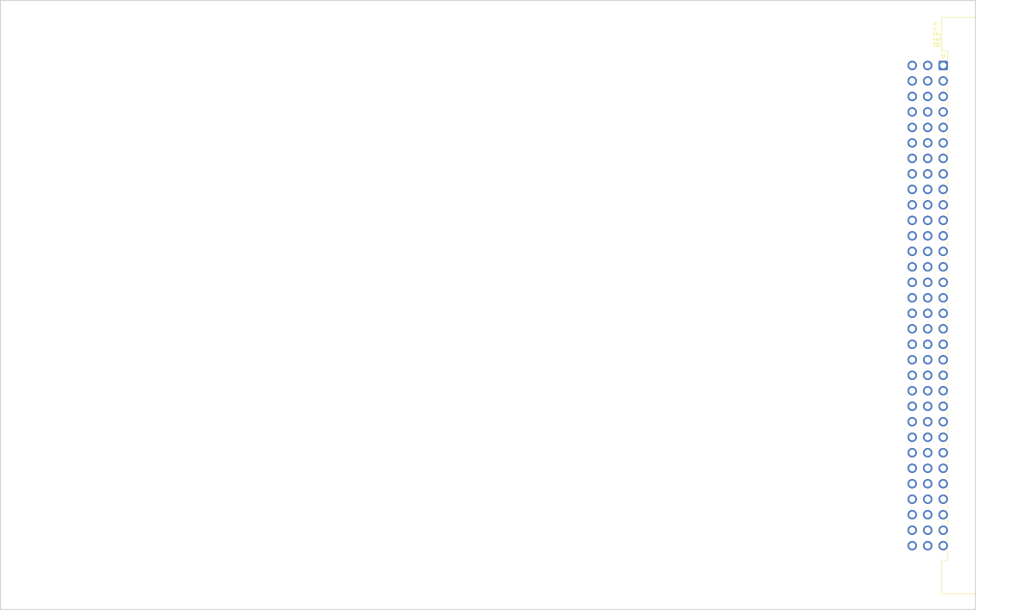
<source format=kicad_pcb>
(kicad_pcb (version 20211014) (generator pcbnew)
  (layers (0 "F.Cu" signal) (31 "B.Cu" signal) (34 "B.Paste" user) (35 "F.Paste" user) (36 "B.SilkS" user "B.Silkscreen") (37 "F.SilkS" user "F.Silkscreen") (38 "B.Mask" user) (39 "F.Mask" user) (44 "Edge.Cuts" user))
  (net 0 "")
  (net 1 "Net-(MK1-Pad1)")
  (net 2 "Net-(MK2-Pad1)")
  (net 3 "Net-(MK3-Pad1)")
  (net 4 "Net-(MK4-Pad1)")
  (footprint "Mounting_Holes:MountingHole_2.7mm" (layer "F.Cu") (at 58.6 139.45)
    (fp_text reference "MK3" hide)
    (fp_text value "Mounting_Hole_PAD" hide)
    (pad "" np_thru_hole circle locked (at 0 0) (size 2.7 2.7) (drill 2.7) (layers *.Cu *.Mask) (net 3 "Net-(MK3-Pad1)"))
  )
  (footprint "Mounting_Holes:MountingHole_2.7mm" (layer "F.Cu") (at 58.6 50.55)
    (fp_text reference "MK1" hide)
    (fp_text value "Mounting_Hole_PAD" hide)
    (pad "" np_thru_hole circle locked (at 0 0) (size 2.7 2.7) (drill 2.7) (layers *.Cu *.Mask) (net 1 "Net-(MK1-Pad1)"))
  )
  (footprint "Mounting_Holes:MountingHole_2.7mm" (layer "F.Cu") (at 212.24 50.55)
    (fp_text reference "MK2" hide)
    (fp_text value "Mounting_Hole_PAD" hide)
    (pad "" np_thru_hole circle locked (at 0 0) (size 2.7 2.7) (drill 2.7) (layers *.Cu *.Mask) (net 2 "Net-(MK2-Pad1)"))
  )
  (footprint "Mounting_Holes:MountingHole_2.7mm" (layer "F.Cu") (at 212.24 139.45)
    (fp_text reference "MK4" hide)
    (fp_text value "Mounting_Hole_PAD" hide)
    (pad "" np_thru_hole circle locked (at 0 0) (size 2.7 2.7) (drill 2.7) (layers *.Cu *.Mask) (net 4 "Net-(MK4-Pad1)"))
  )
  (footprint "Connector_DIN:DIN41612_C_3x32_Male_Horizontal_THT" (layer "F.Cu") (at 209.645 55.73 -90)
    (fp_text reference "REF**" (at -5.08 1 90) (layer "F.SilkS"))
    (fp_text value "DIN41612_C_3x32_Male_Horizontal_THT")
    (fp_line (start -2.371 -0.74) (end -1.095 -0.74) (layer "F.SilkS") (width 0.12))
    (fp_line (start 5.95 -0.74) (end 6.751 -0.74) (layer "F.SilkS") (width 0.12))
    (fp_line (start 49.13 -0.74) (end 49.931 -0.74) (layer "F.SilkS") (width 0.12))
    (fp_line (start 33.89 -0.74) (end 34.691 -0.74) (layer "F.SilkS") (width 0.12))
    (fp_line (start 81.11 0.26) (end 81.11 -0.74) (layer "F.SilkS") (width 0.12))
    (fp_line (start 66.91 -0.74) (end 67.711 -0.74) (layer "F.SilkS") (width 0.12))
    (fp_line (start 71.99 -0.74) (end 72.791 -0.74) (layer "F.SilkS") (width 0.12))
    (fp_line (start 31.35 -0.74) (end 32.151 -0.74) (layer "F.SilkS") (width 0.12))
    (fp_line (start 44.05 -0.74) (end 44.851 -0.74) (layer "F.SilkS") (width 0.12))
    (fp_line (start 86.63 0.26) (end 81.11 0.26) (layer "F.SilkS") (width 0.12))
    (fp_line (start 79.61 -0.74) (end 81.11 -0.74) (layer "F.SilkS") (width 0.12))
    (fp_line (start 64.37 -0.74) (end 65.171 -0.74) (layer "F.SilkS") (width 0.12))
    (fp_line (start 59.29 -0.74) (end 60.091 -0.74) (layer "F.SilkS") (width 0.12))
    (fp_line (start 46.59 -0.74) (end 47.391 -0.74) (layer "F.SilkS") (width 0.12))
    (fp_line (start -2.37 0.26) (end -2.37 -0.74) (layer "F.SilkS") (width 0.12))
    (fp_line (start 3.41 -0.74) (end 4.211 -0.74) (layer "F.SilkS") (width 0.12))
    (fp_line (start 74.53 -0.74) (end 75.331 -0.74) (layer "F.SilkS") (width 0.12))
    (fp_line (start 61.83 -0.74) (end 62.631 -0.74) (layer "F.SilkS") (width 0.12))
    (fp_line (start 51.67 -0.74) (end 52.471 -0.74) (layer "F.SilkS") (width 0.12))
    (fp_line (start 11.03 -0.74) (end 11.831 -0.74) (layer "F.SilkS") (width 0.12))
    (fp_line (start -7.89 0.26) (end -2.37 0.26) (layer "F.SilkS") (width 0.12))
    (fp_line (start 86.63 -5.3) (end 86.63 0.26) (layer "F.SilkS") (width 0.12))
    (fp_line (start 36.43 -0.74) (end 37.231 -0.74) (layer "F.SilkS") (width 0.12))
    (fp_line (start 54.21 -0.74) (end 55.011 -0.74) (layer "F.SilkS") (width 0.12))
    (fp_line (start 18.65 -0.74) (end 19.451 -0.74) (layer "F.SilkS") (width 0.12))
    (fp_line (start 16.11 -0.74) (end 16.911 -0.74) (layer "F.SilkS") (width 0.12))
    (fp_line (start -7.89 -5.3) (end -7.89 0.26) (layer "F.SilkS") (width 0.12))
    (fp_line (start 8.49 -0.74) (end 9.291 -0.74) (layer "F.SilkS") (width 0.12))
    (fp_line (start 69.45 -0.74) (end 70.251 -0.74) (layer "F.SilkS") (width 0.12))
    (fp_line (start 26.27 -0.74) (end 27.071 -0.74) (layer "F.SilkS") (width 0.12))
    (fp_line (start 13.57 -0.74) (end 14.371 -0.74) (layer "F.SilkS") (width 0.12))
    (fp_line (start 41.51 -0.74) (end 42.311 -0.74) (layer "F.SilkS") (width 0.12))
    (fp_line (start 56.75 -0.74) (end 57.551 -0.74) (layer "F.SilkS") (width 0.12))
    (fp_line (start 21.19 -0.74) (end 21.991 -0.74) (layer "F.SilkS") (width 0.12))
    (fp_line (start -1.695 0.3) (end -1.095 0) (layer "F.SilkS") (width 0.12))
    (fp_line (start 77.07 -0.74) (end 77.871 -0.74) (layer "F.SilkS") (width 0.12))
    (fp_line (start -1.095 0) (end -1.695 -0.3) (layer "F.SilkS") (width 0.12))
    (fp_line (start -1.695 -0.3) (end -1.695 0.3) (layer "F.SilkS") (width 0.12))
    (fp_line (start 38.97 -0.74) (end 39.771 -0.74) (layer "F.SilkS") (width 0.12))
    (fp_line (start 1.095 -0.74) (end 1.671 -0.74) (layer "F.SilkS") (width 0.12))
    (fp_line (start 28.81 -0.74) (end 29.611 -0.74) (layer "F.SilkS") (width 0.12))
    (fp_line (start 23.73 -0.74) (end 24.531 -0.74) (layer "F.SilkS") (width 0.12))
    (pad "" np_thru_hole circle locked (at -5.08 -2.54 270) (size 2.85 2.85) (drill 2.85) (layers *.Cu *.Mask))
    (pad "" np_thru_hole circle locked (at 83.82 -2.54 270) (size 2.85 2.85) (drill 2.85) (layers *.Cu *.Mask))
    (pad "a1" thru_hole roundrect locked (at 0 0 270) (size 1.55 1.55) (drill 1) (layers *.Cu *.Mask) (roundrect_rratio 0.16129))
    (pad "a2" thru_hole circle locked (at 2.54 0 270) (size 1.55 1.55) (drill 1) (layers *.Cu *.Mask))
    (pad "a3" thru_hole circle locked (at 5.08 0 270) (size 1.55 1.55) (drill 1) (layers *.Cu *.Mask))
    (pad "a4" thru_hole circle locked (at 7.62 0 270) (size 1.55 1.55) (drill 1) (layers *.Cu *.Mask))
    (pad "a5" thru_hole circle locked (at 10.16 0 270) (size 1.55 1.55) (drill 1) (layers *.Cu *.Mask))
    (pad "a6" thru_hole circle locked (at 12.7 0 270) (size 1.55 1.55) (drill 1) (layers *.Cu *.Mask))
    (pad "a7" thru_hole circle locked (at 15.24 0 270) (size 1.55 1.55) (drill 1) (layers *.Cu *.Mask))
    (pad "a8" thru_hole circle locked (at 17.78 0 270) (size 1.55 1.55) (drill 1) (layers *.Cu *.Mask))
    (pad "a9" thru_hole circle locked (at 20.32 0 270) (size 1.55 1.55) (drill 1) (layers *.Cu *.Mask))
    (pad "a10" thru_hole circle locked (at 22.86 0 270) (size 1.55 1.55) (drill 1) (layers *.Cu *.Mask))
    (pad "a11" thru_hole circle locked (at 25.4 0 270) (size 1.55 1.55) (drill 1) (layers *.Cu *.Mask))
    (pad "a12" thru_hole circle locked (at 27.94 0 270) (size 1.55 1.55) (drill 1) (layers *.Cu *.Mask))
    (pad "a13" thru_hole circle locked (at 30.48 0 270) (size 1.55 1.55) (drill 1) (layers *.Cu *.Mask))
    (pad "a14" thru_hole circle locked (at 33.02 0 270) (size 1.55 1.55) (drill 1) (layers *.Cu *.Mask))
    (pad "a15" thru_hole circle locked (at 35.56 0 270) (size 1.55 1.55) (drill 1) (layers *.Cu *.Mask))
    (pad "a16" thru_hole circle locked (at 38.1 0 270) (size 1.55 1.55) (drill 1) (layers *.Cu *.Mask))
    (pad "a17" thru_hole circle locked (at 40.64 0 270) (size 1.55 1.55) (drill 1) (layers *.Cu *.Mask))
    (pad "a18" thru_hole circle locked (at 43.18 0 270) (size 1.55 1.55) (drill 1) (layers *.Cu *.Mask))
    (pad "a19" thru_hole circle locked (at 45.72 0 270) (size 1.55 1.55) (drill 1) (layers *.Cu *.Mask))
    (pad "a20" thru_hole circle locked (at 48.26 0 270) (size 1.55 1.55) (drill 1) (layers *.Cu *.Mask))
    (pad "a21" thru_hole circle locked (at 50.8 0 270) (size 1.55 1.55) (drill 1) (layers *.Cu *.Mask))
    (pad "a22" thru_hole circle locked (at 53.34 0 270) (size 1.55 1.55) (drill 1) (layers *.Cu *.Mask))
    (pad "a23" thru_hole circle locked (at 55.88 0 270) (size 1.55 1.55) (drill 1) (layers *.Cu *.Mask))
    (pad "a24" thru_hole circle locked (at 58.42 0 270) (size 1.55 1.55) (drill 1) (layers *.Cu *.Mask))
    (pad "a25" thru_hole circle locked (at 60.96 0 270) (size 1.55 1.55) (drill 1) (layers *.Cu *.Mask))
    (pad "a26" thru_hole circle locked (at 63.5 0 270) (size 1.55 1.55) (drill 1) (layers *.Cu *.Mask))
    (pad "a27" thru_hole circle locked (at 66.04 0 270) (size 1.55 1.55) (drill 1) (layers *.Cu *.Mask))
    (pad "a28" thru_hole circle locked (at 68.58 0 270) (size 1.55 1.55) (drill 1) (layers *.Cu *.Mask))
    (pad "a29" thru_hole circle locked (at 71.12 0 270) (size 1.55 1.55) (drill 1) (layers *.Cu *.Mask))
    (pad "a30" thru_hole circle locked (at 73.66 0 270) (size 1.55 1.55) (drill 1) (layers *.Cu *.Mask))
    (pad "a31" thru_hole circle locked (at 76.2 0 270) (size 1.55 1.55) (drill 1) (layers *.Cu *.Mask))
    (pad "a32" thru_hole circle locked (at 78.74 0 270) (size 1.55 1.55) (drill 1) (layers *.Cu *.Mask))
    (pad "b1" thru_hole circle locked (at 0 2.54 270) (size 1.55 1.55) (drill 1) (layers *.Cu *.Mask))
    (pad "b2" thru_hole circle locked (at 2.54 2.54 270) (size 1.55 1.55) (drill 1) (layers *.Cu *.Mask))
    (pad "b3" thru_hole circle locked (at 5.08 2.54 270) (size 1.55 1.55) (drill 1) (layers *.Cu *.Mask))
    (pad "b4" thru_hole circle locked (at 7.62 2.54 270) (size 1.55 1.55) (drill 1) (layers *.Cu *.Mask))
    (pad "b5" thru_hole circle locked (at 10.16 2.54 270) (size 1.55 1.55) (drill 1) (layers *.Cu *.Mask))
    (pad "b6" thru_hole circle locked (at 12.7 2.54 270) (size 1.55 1.55) (drill 1) (layers *.Cu *.Mask))
    (pad "b7" thru_hole circle locked (at 15.24 2.54 270) (size 1.55 1.55) (drill 1) (layers *.Cu *.Mask))
    (pad "b8" thru_hole circle locked (at 17.78 2.54 270) (size 1.55 1.55) (drill 1) (layers *.Cu *.Mask))
    (pad "b9" thru_hole circle locked (at 20.32 2.54 270) (size 1.55 1.55) (drill 1) (layers *.Cu *.Mask))
    (pad "b10" thru_hole circle locked (at 22.86 2.54 270) (size 1.55 1.55) (drill 1) (layers *.Cu *.Mask))
    (pad "b11" thru_hole circle locked (at 25.4 2.54 270) (size 1.55 1.55) (drill 1) (layers *.Cu *.Mask))
    (pad "b12" thru_hole circle locked (at 27.94 2.54 270) (size 1.55 1.55) (drill 1) (layers *.Cu *.Mask))
    (pad "b13" thru_hole circle locked (at 30.48 2.54 270) (size 1.55 1.55) (drill 1) (layers *.Cu *.Mask))
    (pad "b14" thru_hole circle locked (at 33.02 2.54 270) (size 1.55 1.55) (drill 1) (layers *.Cu *.Mask))
    (pad "b15" thru_hole circle locked (at 35.56 2.54 270) (size 1.55 1.55) (drill 1) (layers *.Cu *.Mask))
    (pad "b16" thru_hole circle locked (at 38.1 2.54 270) (size 1.55 1.55) (drill 1) (layers *.Cu *.Mask))
    (pad "b17" thru_hole circle locked (at 40.64 2.54 270) (size 1.55 1.55) (drill 1) (layers *.Cu *.Mask))
    (pad "b18" thru_hole circle locked (at 43.18 2.54 270) (size 1.55 1.55) (drill 1) (layers *.Cu *.Mask))
    (pad "b19" thru_hole circle locked (at 45.72 2.54 270) (size 1.55 1.55) (drill 1) (layers *.Cu *.Mask))
    (pad "b20" thru_hole circle locked (at 48.26 2.54 270) (size 1.55 1.55) (drill 1) (layers *.Cu *.Mask))
    (pad "b21" thru_hole circle locked (at 50.8 2.54 270) (size 1.55 1.55) (drill 1) (layers *.Cu *.Mask))
    (pad "b22" thru_hole circle locked (at 53.34 2.54 270) (size 1.55 1.55) (drill 1) (layers *.Cu *.Mask))
    (pad "b23" thru_hole circle locked (at 55.88 2.54 270) (size 1.55 1.55) (drill 1) (layers *.Cu *.Mask))
    (pad "b24" thru_hole circle locked (at 58.42 2.54 270) (size 1.55 1.55) (drill 1) (layers *.Cu *.Mask))
    (pad "b25" thru_hole circle locked (at 60.96 2.54 270) (size 1.55 1.55) (drill 1) (layers *.Cu *.Mask))
    (pad "b26" thru_hole circle locked (at 63.5 2.54 270) (size 1.55 1.55) (drill 1) (layers *.Cu *.Mask))
    (pad "b27" thru_hole circle locked (at 66.04 2.54 270) (size 1.55 1.55) (drill 1) (layers *.Cu *.Mask))
    (pad "b28" thru_hole circle locked (at 68.58 2.54 270) (size 1.55 1.55) (drill 1) (layers *.Cu *.Mask))
    (pad "b29" thru_hole circle locked (at 71.12 2.54 270) (size 1.55 1.55) (drill 1) (layers *.Cu *.Mask))
    (pad "b30" thru_hole circle locked (at 73.66 2.54 270) (size 1.55 1.55) (drill 1) (layers *.Cu *.Mask))
    (pad "b31" thru_hole circle locked (at 76.2 2.54 270) (size 1.55 1.55) (drill 1) (layers *.Cu *.Mask))
    (pad "b32" thru_hole circle locked (at 78.74 2.54 270) (size 1.55 1.55) (drill 1) (layers *.Cu *.Mask))
    (pad "c1" thru_hole circle locked (at 0 5.08 270) (size 1.55 1.55) (drill 1) (layers *.Cu *.Mask))
    (pad "c2" thru_hole circle locked (at 2.54 5.08 270) (size 1.55 1.55) (drill 1) (layers *.Cu *.Mask))
    (pad "c3" thru_hole circle locked (at 5.08 5.08 270) (size 1.55 1.55) (drill 1) (layers *.Cu *.Mask))
    (pad "c4" thru_hole circle locked (at 7.62 5.08 270) (size 1.55 1.55) (drill 1) (layers *.Cu *.Mask))
    (pad "c5" thru_hole circle locked (at 10.16 5.08 270) (size 1.55 1.55) (drill 1) (layers *.Cu *.Mask))
    (pad "c6" thru_hole circle locked (at 12.7 5.08 270) (size 1.55 1.55) (drill 1) (layers *.Cu *.Mask))
    (pad "c7" thru_hole circle locked (at 15.24 5.08 270) (size 1.55 1.55) (drill 1) (layers *.Cu *.Mask))
    (pad "c8" thru_hole circle locked (at 17.78 5.08 270) (size 1.55 1.55) (drill 1) (layers *.Cu *.Mask))
    (pad "c9" thru_hole circle locked (at 20.32 5.08 270) (size 1.55 1.55) (drill 1) (layers *.Cu *.Mask))
    (pad "c10" thru_hole circle locked (at 22.86 5.08 270) (size 1.55 1.55) (drill 1) (layers *.Cu *.Mask))
    (pad "c11" thru_hole circle locked (at 25.4 5.08 270) (size 1.55 1.55) (drill 1) (layers *.Cu *.Mask))
    (pad "c12" thru_hole circle locked (at 27.94 5.08 270) (size 1.55 1.55) (drill 1) (layers *.Cu *.Mask))
    (pad "c13" thru_hole circle locked (at 30.48 5.08 270) (size 1.55 1.55) (drill 1) (layers *.Cu *.Mask))
    (pad "c14" thru_hole circle locked (at 33.02 5.08 270) (size 1.55 1.55) (drill 1) (layers *.Cu *.Mask))
    (pad "c15" thru_hole circle locked (at 35.56 5.08 270) (size 1.55 1.55) (drill 1) (layers *.Cu *.Mask))
    (pad "c16" thru_hole circle locked (at 38.1 5.08 270) (size 1.55 1.55) (drill 1) (layers *.Cu *.Mask))
    (pad "c17" thru_hole circle locked (at 40.64 5.08 270) (size 1.55 1.55) (drill 1) (layers *.Cu *.Mask))
    (pad "c18" thru_hole circle locked (at 43.18 5.08 270) (size 1.55 1.55) (drill 1) (layers *.Cu *.Mask))
    (pad "c19" thru_hole circle locked (at 45.72 5.08 270) (size 1.55 1.55) (drill 1) (layers *.Cu *.Mask))
    (pad "c20" thru_hole circle locked (at 48.26 5.08 270) (size 1.55 1.55) (drill 1) (layers *.Cu *.Mask))
    (pad "c21" thru_hole circle locked (at 50.8 5.08 270) (size 1.55 1.55) (drill 1) (layers *.Cu *.Mask))
    (pad "c22" thru_hole circle locked (at 53.34 5.08 270) (size 1.55 1.55) (drill 1) (layers *.Cu *.Mask))
    (pad "c23" thru_hole circle locked (at 55.88 5.08 270) (size 1.55 1.55) (drill 1) (layers *.Cu *.Mask))
    (pad "c24" thru_hole circle locked (at 58.42 5.08 270) (size 1.55 1.55) (drill 1) (layers *.Cu *.Mask))
    (pad "c25" thru_hole circle locked (at 60.96 5.08 270) (size 1.55 1.55) (drill 1) (layers *.Cu *.Mask))
    (pad "c26" thru_hole circle locked (at 63.5 5.08 270) (size 1.55 1.55) (drill 1) (layers *.Cu *.Mask))
    (pad "c27" thru_hole circle locked (at 66.04 5.08 270) (size 1.55 1.55) (drill 1) (layers *.Cu *.Mask))
    (pad "c28" thru_hole circle locked (at 68.58 5.08 270) (size 1.55 1.55) (drill 1) (layers *.Cu *.Mask))
    (pad "c29" thru_hole circle locked (at 71.12 5.08 270) (size 1.55 1.55) (drill 1) (layers *.Cu *.Mask))
    (pad "c30" thru_hole circle locked (at 73.66 5.08 270) (size 1.55 1.55) (drill 1) (layers *.Cu *.Mask))
    (pad "c31" thru_hole circle locked (at 76.2 5.08 270) (size 1.55 1.55) (drill 1) (layers *.Cu *.Mask))
    (pad "c32" thru_hole circle locked (at 78.74 5.08 270) (size 1.55 1.55) (drill 1) (layers *.Cu *.Mask))
  )
  (gr_line locked (start 214.925 45.075) (end 55.075 45.075) (layer "Edge.Cuts") (width 0.15))
  (gr_line locked (start 55.075 45.075) (end 55.075 144.925) (layer "Edge.Cuts") (width 0.15))
  (gr_line locked (start 214.925 144.925) (end 214.925 45.075) (layer "Edge.Cuts") (width 0.15))
  (gr_line locked (start 55.075 144.925) (end 214.925 144.925) (layer "Edge.Cuts") (width 0.15))
)
</source>
